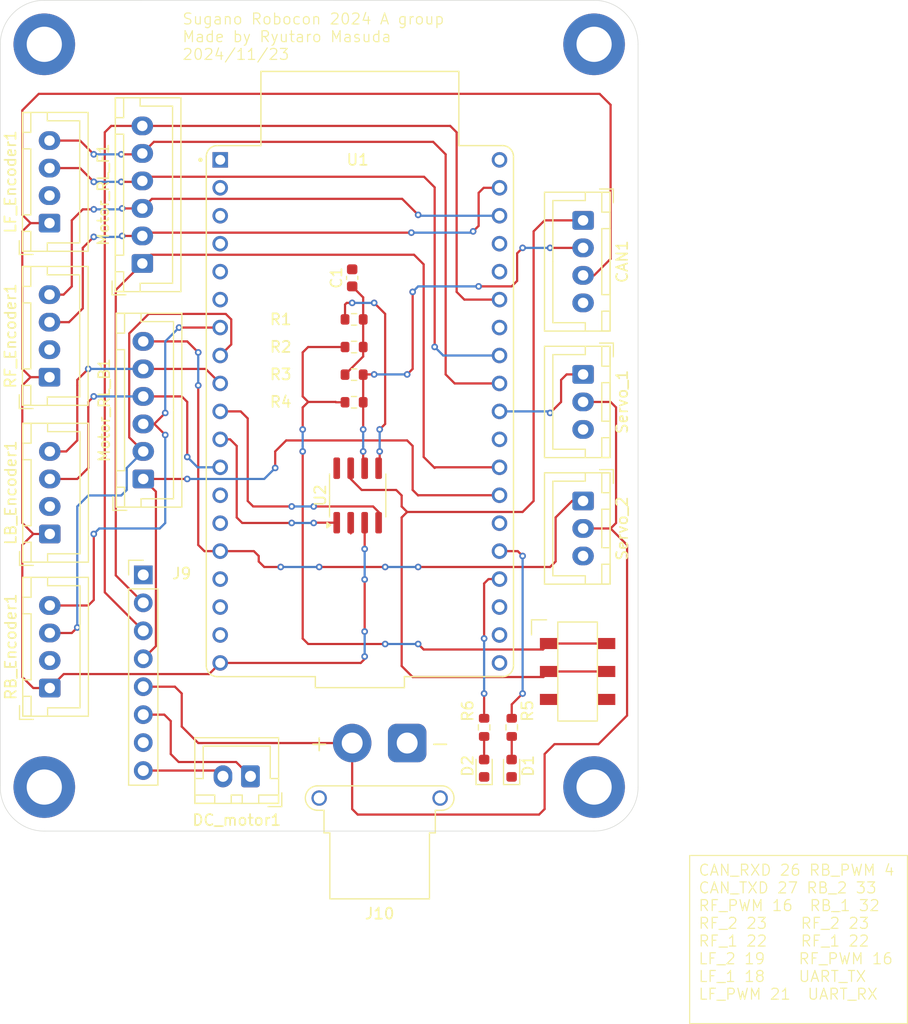
<source format=kicad_pcb>
(kicad_pcb (version 20240108) (generator "pcbnew") (generator_version "8.0")
  (layers (0 "F.Cu" signal) (31 "B.Cu" signal) (34 "B.Paste" user) (35 "F.Paste" user) (36 "B.SilkS" user "B.Silkscreen") (37 "F.SilkS" user "F.Silkscreen") (38 "B.Mask" user) (39 "F.Mask" user) (44 "Edge.Cuts" user))
  (net 0 "")
  (net 1 "GND")
  (net 2 "Net-(C1-Pad1)")
  (net 3 "LF_1")
  (net 4 "LF_PWM")
  (net 5 "RF_1")
  (net 6 "RF_2")
  (net 7 "RF_PWM")
  (net 8 "LF_2")
  (net 9 "RB_2")
  (net 10 "RB_1")
  (net 11 "LB_PWM")
  (net 12 "LB_1")
  (net 13 "LB_2")
  (net 14 "RB_PWM")
  (net 15 "CAN_L")
  (net 16 "CAN_H")
  (net 17 "Net-(U2-SPLIT)")
  (net 18 "Net-(SW1-A)")
  (net 34 "+5V")
  (net 36 "CAN_TXD")
  (net 41 "CAN_RXD")
  (net 42 "Net-(D1-A)")
  (net 43 "Net-(D2-A)")
  (net 44 "LD1")
  (net 45 "LD2")
  (net 46 "+7.5V")
  (net 47 "MOTOR_OUT2")
  (net 48 "MOTOR_OUT1")
  (net 49 "Servo1")
  (footprint "Connector_JST:JST_XH_B4B-XH-A_1x04_P2.50mm_Vertical" (layer "F.Cu") (at 81.975 61.25 90)
    (property "Reference" "LF_Encoder1")
    (property "Value" "LF_Encoder" (hide yes))
  )
  (footprint "MountingHole:MountingHole_3.2mm_M3_DIN965_Pad" (layer "F.Cu") (at 81.5 112.5)
    (property "Reference" "H1" (hide yes))
    (property "Value" "MountingHole_Pad" (hide yes))
  )
  (footprint "Connector_JST:JST_XH_B4B-XH-A_1x04_P2.50mm_Vertical" (layer "F.Cu") (at 82 89.5 90)
    (property "Reference" "LB_Encoder1")
    (property "Value" "LB_Encoder" (hide yes))
  )
  (footprint "LED_SMD:LED_0603_1608Metric" (layer "F.Cu") (at 124 110.7875 90)
    (property "Reference" "D1")
    (property "Value" "LED")
  )
  (footprint "Capacitor_SMD:C_0603_1608Metric" (layer "F.Cu") (at 109.5 66.225 90)
    (property "Reference" "C1")
    (property "Value" "4700")
  )
  (footprint "Connector_PinHeader_2.54mm:PinHeader_1x08_P2.54mm_Vertical" (layer "F.Cu") (at 90.5 93.22)
    (property "Reference" "J9")
    (property "Value" "Motor_Driver" (hide yes))
  )
  (footprint "Resistor_SMD:R_0603_1608Metric" (layer "F.Cu") (at 109.675 70)
    (property "Reference" "R1")
    (property "Value" "300")
  )
  (footprint "my_library:MODULE_ESP32-DEVKITC-32E" (layer "F.Cu") (at 110.2 78.335)
    (property "Reference" "U1")
    (property "Value" "~")
  )
  (footprint "Connector_AMASS:AMASS_XT30PW-F_1x02_P2.50mm_Horizontal" (layer "F.Cu") (at 114.5 108.5 180)
    (property "Reference" "J10")
    (property "Value" "7.5V")
  )
  (footprint "Resistor_SMD:R_0603_1608Metric" (layer "F.Cu") (at 109.675 72.51)
    (property "Reference" "R2")
    (property "Value" "60")
  )
  (footprint "Package_SO:SOIC-8_3.9x4.9mm_P1.27mm" (layer "F.Cu") (at 110 86 90)
    (property "Reference" "U2")
    (property "Value" "MCP2561-E-SN")
  )
  (footprint "Resistor_SMD:R_0603_1608Metric" (layer "F.Cu") (at 121.5 107.075 -90)
    (property "Reference" "R6")
    (property "Value" "1k")
  )
  (footprint "LED_SMD:LED_0603_1608Metric" (layer "F.Cu") (at 121.5 110.7875 90)
    (property "Reference" "D2")
    (property "Value" "LED")
  )
  (footprint "Connector_JST:JST_XH_B4B-XH-A_1x04_P2.50mm_Vertical" (layer "F.Cu") (at 82 103.5 90)
    (property "Reference" "RB_Encoder1")
    (property "Value" "RB_Encoder" (hide yes))
  )
  (footprint "Connector_JST:JST_XH_B6B-XH-A_1x06_P2.50mm_Vertical" (layer "F.Cu") (at 90.5 84.5 90)
    (property "Reference" "Motor_RL_B1")
    (property "Value" "Motor_RL_B" (hide yes))
  )
  (footprint "Resistor_SMD:R_0603_1608Metric" (layer "F.Cu") (at 109.675 77.53)
    (property "Reference" "R4")
    (property "Value" "120")
  )
  (footprint "Connector_JST:JST_XH_B4B-XH-A_1x04_P2.50mm_Vertical" (layer "F.Cu") (at 130.5 61 -90)
    (property "Reference" "CAN1")
    (property "Value" "CAN_External_Pin" (hide yes))
  )
  (footprint "Resistor_SMD:R_0603_1608Metric" (layer "F.Cu") (at 109.675 75.02)
    (property "Reference" "R3")
    (property "Value" "60")
  )
  (footprint "Connector_JST:JST_XH_B3B-XH-A_1x03_P2.50mm_Vertical" (layer "F.Cu") (at 130.5 75 -90)
    (property "Reference" "Servo_1")
    (property "Value" "Servo_1" (hide yes))
  )
  (footprint "Connector_JST:JST_XH_B2B-XH-A_1x02_P2.50mm_Vertical" (layer "F.Cu") (at 100.25 111.525 180)
    (property "Reference" "DC_motor1")
    (property "Value" "DC_Motor" (hide yes))
  )
  (footprint "Connector_JST:JST_XH_B4B-XH-A_1x04_P2.50mm_Vertical" (layer "F.Cu") (at 81.975 75.25 90)
    (property "Reference" "RF_Encoder1")
    (property "Value" "RF_Encoder" (hide yes))
  )
  (footprint "Original:slide_SW" (layer "F.Cu") (at 130 102)
    (property "Reference" "SW1" (hide yes))
    (property "Value" "SW_SPDT")
  )
  (footprint "Connector_JST:JST_XH_B6B-XH-A_1x06_P2.50mm_Vertical" (layer "F.Cu") (at 90.416 64.916 90)
    (property "Reference" "Motor_RL_F1")
    (property "Value" "Motor_RL_F" (hide yes))
  )
  (footprint "Resistor_SMD:R_0603_1608Metric" (layer "F.Cu") (at 124.01 107.075 -90)
    (property "Reference" "R5")
    (property "Value" "1k")
  )
  (footprint "Connector_JST:JST_XH_B3B-XH-A_1x03_P2.50mm_Vertical" (layer "F.Cu") (at 130.5 86.5 -90)
    (property "Reference" "Servo_2")
    (property "Value" "Servo_2" (hide yes))
  )
  (footprint "MountingHole:MountingHole_3.2mm_M3_DIN965_Pad" (layer "F.Cu") (at 131.5 112.5)
    (property "Reference" "H2" (hide yes))
    (property "Value" "MountingHole_Pad" (hide yes))
  )
  (footprint "MountingHole:MountingHole_3.2mm_M3_DIN965_Pad" (layer "F.Cu") (at 131.5 45)
    (property "Reference" "H4" (hide yes))
    (property "Value" "MountingHole_Pad" (hide yes))
  )
  (footprint "MountingHole:MountingHole_3.2mm_M3_DIN965_Pad" (layer "F.Cu") (at 81.5 45)
    (property "Reference" "H3" (hide yes))
    (property "Value" "MountingHole_Pad" (hide yes))
  )
  (gr_line (start 77.500001 112.35) (end 77.5 45) (stroke (width 0.05)) (layer "Edge.Cuts"))
  (gr_arc (start 81.5 116.502811) (mid 78.61704 115.276875) (end 77.500001 112.35) (stroke (width 0.05)) (layer "Edge.Cuts"))
  (gr_arc (start 77.5 45) (mid 78.671573 42.171573) (end 81.5 41) (stroke (width 0.05)) (layer "Edge.Cuts"))
  (gr_line (start 131.5 40.998594) (end 81.5 41.001405) (stroke (width 0.05)) (layer "Edge.Cuts"))
  (gr_arc (start 131.5 41) (mid 134.328427 42.171573) (end 135.5 45) (stroke (width 0.05)) (layer "Edge.Cuts"))
  (gr_line (start 135.5 112.5) (end 135.5 45) (stroke (width 0.05)) (layer "Edge.Cuts"))
  (gr_arc (start 135.5 112.5) (mid 134.328427 115.328427) (end 131.5 116.5) (stroke (width 0.05)) (layer "Edge.Cuts"))
  (gr_line (start 131.5 116.5) (end 81.5 116.502811) (stroke (width 0.05)) (layer "Edge.Cuts"))
  (gr_text "Sugano Robocon 2024 A group\nMade by Ryutaro Masuda\n2024/11/23" (at 94 46.5 0) (layer "F.SilkS") (effects (font (size 1 1) (thickness 0.1)) (justify left bottom)))
  (gr_text_box "CAN_RXD 26 RB_PWM 4\nCAN_TXD 27 RB_2 33\nRF_PWM 16  RB_1 32\nRF_2 23    RF_2 23\nRF_1 22    RF_1 22\nLF_2 19    RF_PWM 16\nLF_1 18    UART_TX \nLF_PWM 21  UART_RX\n" (start 140.19 118.715) (end 160 134) (layer "F.SilkS") (effects (font (size 1 1) (thickness 0.1)) (justify left top)) (border yes) (stroke (width 0.1)))
  (segment (start 109.365 89.449999) (end 109.365 88.475) (width 0.2) (layer "F.Cu") (net 1))
  (segment (start 90.5 93.22) (end 91.124 92.596) (width 0.2) (layer "F.Cu") (net 1))
  (segment (start 110.5 72.51) (end 110.5 73.37) (width 0.2) (layer "F.Cu") (net 2))
  (segment (start 110.5 68) (end 110.5 70) (width 0.2) (layer "F.Cu") (net 2))
  (segment (start 110.5 73.37) (end 108.85 75.02) (width 0.2) (layer "F.Cu") (net 2))
  (segment (start 110.5 70) (end 110.5 72.51) (width 0.2) (layer "F.Cu") (net 2))
  (segment (start 109.5 67) (end 110.5 68) (width 0.2) (layer "F.Cu") (net 2))
  (segment (start 116.866 53.866) (end 118 55) (width 0.2) (layer "F.Cu") (net 3))
  (segment (start 90.332 55) (end 90.416 54.916) (width 0.2) (layer "F.Cu") (net 3))
  (segment (start 81.975 53.75) (end 84.75 53.75) (width 0.2) (layer "F.Cu") (net 3))
  (segment (start 88.5 55) (end 90.332 55) (width 0.2) (layer "F.Cu") (net 3))
  (segment (start 90.416 54.916) (end 91.466 53.866) (width 0.2) (layer "F.Cu") (net 3))
  (segment (start 118.82 75.82) (end 122.9 75.82) (width 0.2) (layer "F.Cu") (net 3))
  (segment (start 91.466 53.866) (end 116.866 53.866) (width 0.2) (layer "F.Cu") (net 3))
  (segment (start 118 75) (end 118.82 75.82) (width 0.2) (layer "F.Cu") (net 3))
  (segment (start 84.75 53.75) (end 86 55) (width 0.2) (layer "F.Cu") (net 3))
  (segment (start 118 55) (end 118 75) (width 0.2) (layer "F.Cu") (net 3))
  (via (at 86 55) (size 0.6) (drill 0.3) (layers "F.Cu" "B.Cu") (net 3))
  (via (at 88.5 55) (size 0.6) (drill 0.3) (layers "F.Cu" "B.Cu") (net 3))
  (segment (start 86 55) (end 88.5 55) (width 0.2) (layer "B.Cu") (net 3))
  (segment (start 119 67.5) (end 119.7 68.2) (width 0.2) (layer "F.Cu") (net 4))
  (segment (start 119.7 68.2) (end 122.9 68.2) (width 0.2) (layer "F.Cu") (net 4))
  (segment (start 87 94.8) (end 87 53) (width 0.2) (layer "F.Cu") (net 4))
  (segment (start 119 53) (end 119 67.5) (width 0.2) (layer "F.Cu") (net 4))
  (segment (start 90.416 52.416) (end 118.416 52.416) (width 0.2) (layer "F.Cu") (net 4))
  (segment (start 87.584 52.416) (end 90.416 52.416) (width 0.2) (layer "F.Cu") (net 4))
  (segment (start 90.5 98.3) (end 87 94.8) (width 0.2) (layer "F.Cu") (net 4))
  (segment (start 118.416 52.416) (end 119 53) (width 0.2) (layer "F.Cu") (net 4))
  (segment (start 87 53) (end 87.584 52.416) (width 0.2) (layer "F.Cu") (net 4))
  (segment (start 84 67) (end 84 61) (width 0.2) (layer "F.Cu") (net 5))
  (segment (start 83.25 67.75) (end 84 67) (width 0.2) (layer "F.Cu") (net 5))
  (segment (start 91.288 59.044) (end 114.044 59.044) (width 0.2) (layer "F.Cu") (net 5))
  (segment (start 81.975 67.75) (end 83.25 67.75) (width 0.2) (layer "F.Cu") (net 5))
  (segment (start 84 61) (end 85 60) (width 0.2) (layer "F.Cu") (net 5))
  (segment (start 85 60) (end 86 60) (width 0.2) (layer "F.Cu") (net 5))
  (segment (start 90.416 59.916) (end 88.584 59.916) (width 0.2) (layer "F.Cu") (net 5))
  (segment (start 90.416 59.916) (end 91.288 59.044) (width 0.2) (layer "F.Cu") (net 5))
  (segment (start 114.044 59.044) (end 115.5 60.5) (width 0.2) (layer "F.Cu") (net 5))
  (via (at 86 60) (size 0.6) (drill 0.3) (layers "F.Cu" "B.Cu") (net 5))
  (via (at 88.584 59.916) (size 0.6) (drill 0.3) (layers "F.Cu" "B.Cu") (net 5))
  (via (at 115.5 60.5) (size 0.6) (drill 0.3) (layers "F.Cu" "B.Cu") (net 5))
  (segment (start 88.584 59.916) (end 88.5 60) (width 0.2) (layer "B.Cu") (net 5))
  (segment (start 115.58 60.58) (end 122.9 60.58) (width 0.2) (layer "B.Cu") (net 5))
  (segment (start 115.5 60.5) (end 115.58 60.58) (width 0.2) (layer "B.Cu") (net 5))
  (segment (start 88.5 60) (end 86 60) (width 0.2) (layer "B.Cu") (net 5))
  (segment (start 85 69) (end 85 63.5) (width 0.2) (layer "F.Cu") (net 6))
  (segment (start 90.416 62.416) (end 90.716 62.116) (width 0.2) (layer "F.Cu") (net 6))
  (segment (start 85 63.5) (end 86 62.5) (width 0.2) (layer "F.Cu") (net 6))
  (segment (start 81.975 70.25) (end 83.75 70.25) (width 0.2) (layer "F.Cu") (net 6))
  (segment (start 90.716 62.116) (end 114.884 62.116) (width 0.2) (layer "F.Cu") (net 6))
  (segment (start 121.46 58.04) (end 122.9 58.04) (width 0.2) (layer "F.Cu") (net 6))
  (segment (start 88.584 62.416) (end 90.416 62.416) (width 0.2) (layer "F.Cu") (net 6))
  (segment (start 120.5 62) (end 121 61.5) (width 0.2) (layer "F.Cu") (net 6))
  (segment (start 83.75 70.25) (end 85 69) (width 0.2) (layer "F.Cu") (net 6))
  (segment (start 121 61.5) (end 121 58.5) (width 0.2) (layer "F.Cu") (net 6))
  (segment (start 121 58.5) (end 121.46 58.04) (width 0.2) (layer "F.Cu") (net 6))
  (via (at 86 62.5) (size 0.6) (drill 0.3) (layers "F.Cu" "B.Cu") (net 6))
  (via (at 120.5 62) (size 0.6) (drill 0.3) (layers "F.Cu" "B.Cu") (net 6))
  (via (at 88.584 62.416) (size 0.6) (drill 0.3) (layers "F.Cu" "B.Cu") (net 6))
  (via (at 114.884 62.116) (size 0.6) (drill 0.3) (layers "F.Cu" "B.Cu") (net 6))
  (segment (start 120.384 62.116) (end 120.5 62) (width 0.2) (layer "B.Cu") (net 6))
  (segment (start 88.584 62.416) (end 88.5 62.5) (width 0.2) (layer "B.Cu") (net 6))
  (segment (start 88.5 62.5) (end 86 62.5) (width 0.2) (layer "B.Cu") (net 6))
  (segment (start 114.884 62.116) (end 120.384 62.116) (width 0.2) (layer "B.Cu") (net 6))
  (segment (start 116 65) (end 116 82.5) (width 0.2) (layer "F.Cu") (net 7))
  (segment (start 88 67.332) (end 90.416 64.916) (width 0.2) (layer "F.Cu") (net 7))
  (segment (start 115.124 64.124) (end 116 65) (width 0.2) (layer "F.Cu") (net 7))
  (segment (start 90.5 95.76) (end 88 93.26) (width 0.2) (layer "F.Cu") (net 7))
  (segment (start 117 83.5) (end 117.06 83.44) (width 0.2) (layer "F.Cu") (net 7))
  (segment (start 90.416 64.916) (end 91.208 64.124) (width 0.2) (layer "F.Cu") (net 7))
  (segment (start 116 82.5) (end 117 83.5) (width 0.2) (layer "F.Cu") (net 7))
  (segment (start 88 93.26) (end 88 67.332) (width 0.2) (layer "F.Cu") (net 7))
  (segment (start 117.06 83.44) (end 122.9 83.44) (width 0.2) (layer "F.Cu") (net 7))
  (segment (start 91.208 64.124) (end 115.124 64.124) (width 0.2) (layer "F.Cu") (net 7))
  (segment (start 90.416 57.416) (end 90.796 57.036) (width 0.2) (layer "F.Cu") (net 8))
  (segment (start 117 58) (end 117 72.5) (width 0.2) (layer "F.Cu") (net 8))
  (segment (start 116.036 57.036) (end 117 58) (width 0.2) (layer "F.Cu") (net 8))
  (segment (start 90.332 57.5) (end 90.416 57.416) (width 0.2) (layer "F.Cu") (net 8))
  (segment (start 88.5 57.5) (end 90.332 57.5) (width 0.2) (layer "F.Cu") (net 8))
  (segment (start 81.975 56.25) (end 84.75 56.25) (width 0.2) (layer "F.Cu") (net 8))
  (segment (start 84.75 56.25) (end 86 57.5) (width 0.2) (layer "F.Cu") (net 8))
  (segment (start 90.796 57.036) (end 116.036 57.036) (width 0.2) (layer "F.Cu") (net 8))
  (via (at 88.5 57.5) (size 0.6) (drill 0.3) (layers "F.Cu" "B.Cu") (net 8))
  (via (at 86 57.5) (size 0.6) (drill 0.3) (layers "F.Cu" "B.Cu") (net 8))
  (via (at 117 72.5) (size 0.6) (drill 0.3) (layers "F.Cu" "B.Cu") (net 8))
  (segment (start 117.78 73.28) (end 122.9 73.28) (width 0.2) (layer "B.Cu") (net 8))
  (segment (start 117 72.5) (end 117.78 73.28) (width 0.2) (layer "B.Cu") (net 8))
  (segment (start 86 57.5) (end 88.5 57.5) (width 0.2) (layer "B.Cu") (net 8))
  (segment (start 89.225 71.275) (end 91 69.5) (width 0.2) (layer "F.Cu") (net 9))
  (segment (start 82 98.5) (end 84 98.5) (width 0.2) (layer "F.Cu") (net 9))
  (segment (start 84 98.5) (end 84.5 98) (width 0.2) (layer "F.Cu") (net 9))
  (segment (start 91 69.5) (end 98 69.5) (width 0.2) (layer "F.Cu") (net 9))
  (segment (start 90.5 82) (end 89.225 80.725) (width 0.2) (layer "F.Cu") (net 9))
  (segment (start 89.225 80.725) (end 89.225 71.275) (width 0.2) (layer "F.Cu") (net 9))
  (segment (start 98 69.5) (end 98.504 70.004) (width 0.2) (layer "F.Cu") (net 9))
  (segment (start 98.504 72.276) (end 97.5 73.28) (width 0.2) (layer "F.Cu") (net 9))
  (segment (start 98.504 70.004) (end 98.504 72.276) (width 0.2) (layer "F.Cu") (net 9))
  (via (at 84.5 98) (size 0.6) (drill 0.3) (layers "F.Cu" "B.Cu") (net 9))
  (segment (start 84.5 98) (end 84.5 87) (width 0.2) (layer "B.Cu") (net 9))
  (segment (start 89 83.5) (end 90.5 82) (width 0.2) (layer "B.Cu") (net 9))
  (segment (start 89 85.5) (end 89 83.5) (width 0.2) (layer "B.Cu") (net 9))
  (segment (start 84.5 87) (end 85.5 86) (width 0.2) (layer "B.Cu") (net 9))
  (segment (start 88.5 86) (end 89 85.5) (width 0.2) (layer "B.Cu") (net 9))
  (segment (start 85.5 86) (end 88.5 86) (width 0.2) (layer "B.Cu") (net 9))
  (segment (start 93.76 70.74) (end 97.5 70.74) (width 0.2) (layer "F.Cu") (net 10))
  (segment (start 91.5 79.5) (end 92.5 78.5) (width 0.2) (layer "F.Cu") (net 10))
  (segment (start 90.5 79.5) (end 91.5 79.5) (width 0.2) (layer "F.Cu") (net 10))
  (segment (start 86 89.5) (end 86 95.5) (width 0.2) (layer "F.Cu") (net 10))
  (segment (start 85.5 96) (end 82 96) (width 0.2) (layer "F.Cu") (net 10))
  (segment (start 91.5 79.5) (end 92.5 80.5) (width 0.2) (layer "F.Cu") (net 10))
  (segment (start 86 95.5) (end 85.5 96) (width 0.2) (layer "F.Cu") (net 10))
  (via (at 93.76 70.74) (size 0.6) (drill 0.3) (layers "F.Cu" "B.Cu") (net 10))
  (via (at 92.5 78.5) (size 0.6) (drill 0.3) (layers "F.Cu" "B.Cu") (net 10))
  (via (at 86 89.5) (size 0.6) (drill 0.3) (layers "F.Cu" "B.Cu") (net 10))
  (via (at 92.5 80.5) (size 0.6) (drill 0.3) (layers "F.Cu" "B.Cu") (net 10))
  (segment (start 86.5 89) (end 86 89.5) (width 0.2) (layer "B.Cu") (net 10))
  (segment (start 92 89) (end 86.5 89) (width 0.2) (layer "B.Cu") (net 10))
  (segment (start 92.5 72) (end 93.76 70.74) (width 0.2) (layer "B.Cu") (net 10))
  (segment (start 92.5 88.5) (end 92 89) (width 0.2) (layer "B.Cu") (net 10))
  (segment (start 92.5 80.5) (end 92.5 88.5) (width 0.2) (layer "B.Cu") (net 10))
  (segment (start 92.5 78.5) (end 92.5 72) (width 0.2) (layer "B.Cu") (net 10))
  (segment (start 94.5 72) (end 95.5 73) (width 0.2) (layer "F.Cu") (net 11))
  (segment (start 96.06 91.06) (end 97.5 91.06) (width 0.2) (layer "F.Cu") (net 11))
  (segment (start 130.5 86.5) (end 129.5 86.5) (width 0.2) (layer "F.Cu") (net 11))
  (segment (start 128 88) (end 128 92) (width 0.2) (layer "F.Cu") (net 11))
  (segment (start 127.5 92.5) (end 115.5 92.5) (width 0.2) (layer "F.Cu") (net 11))
  (segment (start 101.5 92.5) (end 101 92) (width 0.2) (layer "F.Cu") (net 11))
  (segment (start 103 92.5) (end 101.5 92.5) (width 0.2) (layer "F.Cu") (net 11))
  (segment (start 128 92) (end 127.5 92.5) (width 0.2) (layer "F.Cu") (net 11))
  (segment (start 95.5 76) (end 95.5 90.5) (width 0.2) (layer "F.Cu") (net 11))
  (segment (start 90.5 72) (end 94.5 72) (width 0.2) (layer "F.Cu") (net 11))
  (segment (start 129.5 86.5) (end 128 88) (width 0.2) (layer "F.Cu") (net 11))
  (segment (start 95.5 90.5) (end 96.06 91.06) (width 0.2) (layer "F.Cu") (net 11))
  (segment (start 112.5 92.5) (end 106.5 92.5) (width 0.2) (layer "F.Cu") (net 11))
  (segment (start 101 91.5) (end 100.56 91.06) (width 0.2) (layer "F.Cu") (net 11))
  (segment (start 101 92) (end 101 91.5) (width 0.2) (layer "F.Cu") (net 11))
  (segment (start 100.56 91.06) (end 97.5 91.06) (width 0.2) (layer "F.Cu") (net 11))
  (via (at 95.5 73) (size 0.6) (drill 0.3) (layers "F.Cu" "B.Cu") (net 11))
  (via (at 112.5 92.5) (size 0.6) (drill 0.3) (layers "F.Cu" "B.Cu") (net 11))
  (via (at 95.5 76) (size 0.6) (drill 0.3) (layers "F.Cu" "B.Cu") (net 11))
  (via (at 115.5 92.5) (size 0.6) (drill 0.3) (layers "F.Cu" "B.Cu") (net 11))
  (via (at 103 92.5) (size 0.6) (drill 0.3) (layers "F.Cu" "B.Cu") (net 11))
  (via (at 106.5 92.5) (size 0.6) (drill 0.3) (layers "F.Cu" "B.Cu") (net 11))
  (segment (start 106.5 92.5) (end 103 92.5) (width 0.2) (layer "B.Cu") (net 11))
  (segment (start 95.5 73) (end 95.5 76) (width 0.2) (layer "B.Cu") (net 11))
  (segment (start 115.5 92.5) (end 112.5 92.5) (width 0.2) (layer "B.Cu") (net 11))
  (segment (start 90.5 74.5) (end 96.18 74.5) (width 0.2) (layer "F.Cu") (net 12))
  (segment (start 96.18 74.5) (end 97.5 75.82) (width 0.2) (layer "F.Cu") (net 12))
  (segment (start 84.5 75.5) (end 85.5 74.5) (width 0.2) (layer "F.Cu") (net 12))
  (segment (start 84.5 76) (end 84.5 75.5) (width 0.2) (layer "F.Cu") (net 12))
  (segment (start 82 82) (end 83.5 82) (width 0.2) (layer "F.Cu") (net 12))
  (segment (start 84.5 81) (end 84.5 76) (width 0.2) (layer "F.Cu") (net 12))
  (segment (start 83.5 82) (end 84.5 81) (width 0.2) (layer "F.Cu") (net 12))
  (via (at 85.5 74.5) (size 0.6) (drill 0.3) (layers "F.Cu" "B.Cu") (net 12))
  (segment (start 85.5 74.5) (end 90.5 74.5) (width 0.2) (layer "B.Cu") (net 12))
  (segment (start 82 84.5) (end 83.5 84.5) (width 0.2) (layer "F.Cu") (net 13))
  (segment (start 85.5 78) (end 85.5 77.5) (width 0.2) (layer "F.Cu") (net 13))
  (segment (start 90.5 77) (end 94 77) (width 0.2) (layer "F.Cu") (net 13))
  (segment (start 84.5 84.5) (end 85.5 83.5) (width 0.2) (layer "F.Cu") (net 13))
  (segment (start 85.5 83.5) (end 85.5 78) (width 0.2) (layer "F.Cu") (net 13))
  (segment (start 94.5 77.5) (end 94.5 82.5) (width 0.2) (layer "F.Cu") (net 13))
  (segment (start 83.5 84.5) (end 84.5 84.5) (width 0.2) (layer "F.Cu") (net 13))
  (segment (start 94 77) (end 94.5 77.5) (width 0.2) (layer "F.Cu") (net 13))
  (segment (start 85.5 77.5) (end 86 77) (width 0.2) (layer "F.Cu") (net 13))
  (via (at 86 77) (size 0.6) (drill 0.3) (layers "F.Cu" "B.Cu") (net 13))
  (via (at 94.5 82.5) (size 0.6) (drill 0.3) (layers "F.Cu" "B.Cu") (net 13))
  (segment (start 86 77) (end 90.5 77) (width 0.2) (layer "B.Cu") (net 13))
  (segment (start 94.5 82.5) (end 95.44 83.44) (width 0.2) (layer "B.Cu") (net 13))
  (segment (start 95.44 83.44) (end 97.5 83.44) (width 0.2) (layer "B.Cu") (net 13))
  (segment (start 90.5 100.84) (end 91.65 99.69) (width 0.2) (layer "F.Cu") (net 14))
  (segment (start 115 81.5) (end 115 85.5) (width 0.2) (layer "F.Cu") (net 14))
  (segment (start 91.65 85.65) (end 90.5 84.5) (width 0.2) (layer "F.Cu") (net 14))
  (segment (start 102.5 82) (end 103.5 81) (width 0.2) (layer "F.Cu") (net 14))
  (segment (start 102.5 83.5) (end 102.5 82) (width 0.2) (layer "F.Cu") (net 14))
  (segment (start 115.52 85.98) (end 122.9 85.98) (width 0.2) (layer "F.Cu") (net 14))
  (segment (start 103.5 81) (end 114.5 81) (width 0.2) (layer "F.Cu") (net 14))
  (segment (start 91.65 99.69) (end 91.65 85.65) (width 0.2) (layer "F.Cu") (net 14))
  (segment (start 115 85.5) (end 115.5 86) (width 0.2) (layer "F.Cu") (net 14))
  (segment (start 114.5 81) (end 115 81.5) (width 0.2) (layer "F.Cu") (net 14))
  (segment (start 90.5 84.5) (end 94.5 84.5) (width 0.2) (layer "F.Cu") (net 14))
  (segment (start 115.5 86) (end 115.52 85.98) (width 0.2) (layer "F.Cu") (net 14))
  (via (at 94.5 84.5) (size 0.6) (drill 0.3) (layers "F.Cu" "B.Cu") (net 14))
  (via (at 102.5 83.5) (size 0.6) (drill 0.3) (layers "F.Cu" "B.Cu") (net 14))
  (segment (start 101.5 84.5) (end 102.5 83.5) (width 0.2) (layer "B.Cu") (net 14))
  (segment (start 94.5 84.5) (end 101.5 84.5) (width 0.2) (layer "B.Cu") (net 14))
  (segment (start 130.5 63.5) (end 127.5 63.5) (width 0.2) (layer "F.Cu") (net 15))
  (segment (start 110.5 75.02) (end 110.5 77.53) (width 0.2) (layer "F.Cu") (net 15))
  (segment (start 110.5 82) (end 110.5 83.39) (width 0.2) (layer "F.Cu") (net 15))
  (segment (start 124.5 66.5) (end 124 67) (width 0.2) (layer "F.Cu") (net 15))
  (segment (start 124.5 64) (end 124.5 66.5) (width 0.2) (layer "F.Cu") (net 15))
  (segment (start 110.52 75) (end 110.5 75.02) (width 0.2) (layer "F.Cu") (net 15))
  (segment (start 125 63.5) (end 124.5 64) (width 0.2) (layer "F.Cu") (net 15))
  (segment (start 110.5 77.53) (end 110.5 80) (width 0.2) (layer "F.Cu") (net 15))
  (segment (start 115 67.5) (end 115 74.5) (width 0.2) (layer "F.Cu") (net 15))
  (segment (start 111.5 75) (end 110.52 75) (width 0.2) (layer "F.Cu") (net 15))
  (segment (start 124 67) (end 121 67) (width 0.2) (layer "F.Cu") (net 15))
  (segment (start 110.5 83.39) (end 110.635 83.525) (width 0.2) (layer "F.Cu") (net 15))
  (segment (start 115 74.5) (end 114.5 75) (width 0.2) (layer "F.Cu") (net 15))
  (via (at 121 67) (size 0.6) (drill 0.3) (layers "F.Cu" "B.Cu") (net 15))
  (via (at 115 67.5) (size 0.6) (drill 0.3) (layers "F.Cu" "B.Cu") (net 15))
  (via (at 127.5 63.5) (size 0.6) (drill 0.3) (layers "F.Cu" "B.Cu") (net 15))
  (via (at 114.5 75) (size 0.6) (drill 0.3) (layers "F.Cu" "B.Cu") (net 15))
  (via (at 125 63.5) (size 0.6) (drill 0.3) (layers "F.Cu" "B.Cu") (net 15))
  (via (at 111.5 75) (size 0.6) (drill 0.3) (layers "F.Cu" "B.Cu") (net 15))
  (via (at 110.5 82) (size 0.6) (drill 0.3) (layers "F.Cu" "B.Cu") (net 15))
  (via (at 110.5 80) (size 0.6) (drill 0.3) (layers "F.Cu" "B.Cu") (net 15))
  (segment (start 121 67) (end 115.5 67) (width 0.2) (layer "B.Cu") (net 15))
  (segment (start 114.5 75) (end 111.5 75) (width 0.2) (layer "B.Cu") (net 15))
  (segment (start 115.5 67) (end 115 67.5) (width 0.2) (layer "B.Cu") (net 15))
  (segment (start 110.5 80) (end 110.5 81.5) (width 0.2) (layer "B.Cu") (net 15))
  (segment (start 110.5 81.5) (end 110.5 82) (width 0.2) (layer "B.Cu") (net 15))
  (segment (start 127.5 63.5) (end 125 63.5) (width 0.2) (layer "B.Cu") (net 15))
  (segment (start 109.365 84.499999) (end 110.365001 85.5) (width 0.2) (layer "F.Cu") (net 16))
  (segment (start 127 61) (end 126 62) (width 0.2) (layer "F.Cu") (net 16))
  (segment (start 114 87) (end 114.5 87.5) (width 0.2) (layer "F.Cu") (net 16))
  (segment (start 114 101.5) (end 114 88) (width 0.2) (layer "F.Cu") (net 16))
  (segment (start 126 86.5) (end 125 87.5) (width 0.2) (layer "F.Cu") (net 16))
  (segment (start 114 101.5) (end 115 102.5) (width 0.2) (layer "F.Cu") (net 16))
  (segment (start 115 102.5) (end 126.8925 102.5) (width 0.2) (layer "F.Cu") (net 16))
  (segment (start 114 88) (end 114.5 87.5) (width 0.2) (layer "F.Cu") (net 16))
  (segment (start 126.8925 102.5) (end 127.3965 101.996) (width 0.2) (layer "F.Cu") (net 16))
  (segment (start 109.365 83.525) (end 109.365 84.499999) (width 0.2) (layer "F.Cu") (net 16))
  (segment (start 132.6035 101.996) (end 127.3965 101.996) (width 0.2) (layer "F.Cu") (net 16))
  (segment (start 110.365001 85.5) (end 113.5 85.5) (width 0.2) (layer "F.Cu") (net 16))
  (segment (start 126 62) (end 126 86.5) (width 0.2) (layer "F.Cu") (net 16))
  (segment (start 113.5 85.5) (end 114 86) (width 0.2) (layer "F.Cu") (net 16))
  (segment (start 125 87.5) (end 114.5 87.5) (width 0.2) (layer "F.Cu") (net 16))
  (segment (start 130.5 61) (end 127 61) (width 0.2) (layer "F.Cu") (net 16))
  (segment (start 114 86) (end 114 87) (width 0.2) (layer "F.Cu") (net 16))
  (segment (start 109 68.5) (end 109.5 68.5) (width 0.2) (layer "F.Cu") (net 17))
  (segment (start 112 83.43) (end 111.905 83.525) (width 0.2) (layer "F.Cu") (net 17))
  (segment (start 112.5 79.5) (end 112 80) (width 0.2) (layer "F.Cu") (net 17))
  (segment (start 108.85 70) (end 108.85 68.65) (width 0.2) (layer "F.Cu") (net 17))
  (segment (start 112 82) (end 112 83.43) (width 0.2) (layer "F.Cu") (net 17))
  (segment (start 112.5 69.5) (end 112.5 79.5) (width 0.2) (layer "F.Cu") (net 17))
  (segment (start 108.85 68.65) (end 109 68.5) (width 0.2) (layer "F.Cu") (net 17))
  (segment (start 111.5 68.5) (end 112.5 69.5) (width 0.2) (layer "F.Cu") (net 17))
  (via (at 109.5 68.5) (size 0.6) (drill 0.3) (layers "F.Cu" "B.Cu") (net 17))
  (via (at 112 80) (size 0.6) (drill 0.3) (layers "F.Cu" "B.Cu") (net 17))
  (via (at 112 82) (size 0.6) (drill 0.3) (layers "F.Cu" "B.Cu") (net 17))
  (via (at 111.5 68.5) (size 0.6) (drill 0.3) (layers "F.Cu" "B.Cu") (net 17))
  (segment (start 112 80) (end 112 82) (width 0.2) (layer "B.Cu") (net 17))
  (segment (start 109.5 68.5) (end 111.5 68.5) (width 0.2) (layer "B.Cu") (net 17))
  (segment (start 105.5 99.5) (end 112.5 99.5) (width 0.2) (layer "F.Cu") (net 18))
  (segment (start 132.6035 99.456) (end 127.3965 99.456) (width 0.2) (layer "F.Cu") (net 18))
  (segment (start 105 78) (end 105.5 77.5) (width 0.2) (layer "F.Cu") (net 18))
  (segment (start 105 80) (end 105 78) (width 0.2) (layer "F.Cu") (net 18))
  (segment (start 105.5 77.5) (end 105 77) (width 0.2) (layer "F.Cu") (net 18))
  (segment (start 108.85 77.53) (end 108.03 77.53) (width 0.2) (layer "F.Cu") (net 18))
  (segment (start 108 77.5) (end 105.5 77.5) (width 0.2) (layer "F.Cu") (net 18))
  (segment (start 108.03 77.53) (end 108 77.5) (width 0.2) (layer "F.Cu") (net 18))
  (segment (start 116 100) (end 126.8525 100) (width 0.2) (layer "F.Cu") (net 18))
  (segment (start 115.5 99.5) (end 116 100) (width 0.2) (layer "F.Cu") (net 18))
  (segment (start 105.49 72.51) (end 108.85 72.51) (width 0.2) (layer "F.Cu") (net 18))
  (segment (start 126.8525 100) (end 127.3965 99.456) (width 0.2) (layer "F.Cu") (net 18))
  (segment (start 105 82) (end 105 99) (width 0.2) (layer "F.Cu") (net 18))
  (segment (start 105 73) (end 105.49 72.51) (width 0.2) (layer "F.Cu") (net 18))
  (segment (start 105 99) (end 105.5 99.5) (width 0.2) (layer "F.Cu") (net 18))
  (segment (start 105 77) (end 105 73) (width 0.2) (layer "F.Cu") (net 18))
  (via (at 105 82) (size 0.6) (drill 0.3) (layers "F.Cu" "B.Cu") (net 18))
  (via (at 112.5 99.5) (size 0.6) (drill 0.3) (layers "F.Cu" "B.Cu") (net 18))
  (via (at 115.5 99.5) (size 0.6) (drill 0.3) (layers "F.Cu" "B.Cu") (net 18))
  (via (at 105 80) (size 0.6) (drill 0.3) (layers "F.Cu" "B.Cu") (net 18))
  (segment (start 105 80) (end 105 81.5) (width 0.2) (layer "B.Cu") (net 18))
  (segment (start 112.5 99.5) (end 115.5 99.5) (width 0.2) (layer "B.Cu") (net 18))
  (segment (start 105 81.5) (end 105 82) (width 0.2) (layer "B.Cu") (net 18))
  (segment (start 110.28 101.22) (end 97.5 101.22) (width 0.2) (layer "F.Cu") (net 34))
  (segment (start 80.25 61.25) (end 81.975 61.25) (width 0.2) (layer "F.Cu") (net 34))
  (segment (start 81 49.5) (end 79.5 51) (width 0.2) (layer "F.Cu") (net 34))
  (segment (start 110.635 93.635) (end 110.635 98.365) (width 0.2) (layer "F.Cu") (net 34))
  (segment (start 96.49 102.23) (end 83.27 102.23) (width 0.2) (layer "F.Cu") (net 34))
  (segment (start 83.27 102.23) (end 82 103.5) (width 0.2) (layer "F.Cu") (net 34))
  (segment (start 132 49.5) (end 81 49.5) (width 0.2) (layer "F.Cu") (net 34))
  (segment (start 80.5 103.5) (end 79.5 102.5) (width 0.2) (layer "F.Cu") (net 34))
  (segment (start 80.5 89.5) (end 82 89.5) (width 0.2) (layer "F.Cu") (net 34))
  (segment (start 79.5 60.5) (end 80.25 61.25) (width 0.2) (layer "F.Cu") (net 34))
  (segment (start 79.5 76) (end 80.25 75.25) (width 0.2) (layer "F.Cu") (net 34))
  (segment (start 130.5 66) (end 131.5 66) (width 0.2) (layer "F.Cu") (net 34))
  (segment (start 133 50.5) (end 132 49.5) (width 0.2) (layer "F.Cu") (net 34))
  (segment (start 80.5 89.5) (end 79.5 88.5) (width 0.2) (layer "F.Cu") (net 34))
  (segment (start 82 103.5) (end 80.5 103.5) (width 0.2) (layer "F.Cu") (net 34))
  (segment (start 79.5 62) (end 80.25 61.25) (width 0.2) (layer "F.Cu") (net 34))
  (segment (start 79.5 90.5) (end 80.5 89.5) (width 0.2) (layer "F.Cu") (net 34))
  (segment (start 97.5 101.22) (end 96.49 102.23) (width 0.2) (layer "F.Cu") (net 34))
  (segment (start 110.635 100.635) (end 110.635 100.865) (width 0.2) (layer "F.Cu") (net 34))
  (segment (start 80.25 75.25) (end 81.975 75.25) (width 0.2) (layer "F.Cu") (net 34))
  (segment (start 80.25 75.25) (end 79.5 74.5) (width 0.2) (layer "F.Cu") (net 34))
  (segment (start 79.5 102.5) (end 79.5 90.5) (width 0.2) (layer "F.Cu") (net 34))
  (segment (start 110.635 100.865) (end 110.28 101.22) (width 0.2) (layer "F.Cu") (net 34))
  (segment (start 131.5 66) (end 133 64.5) (width 0.2) (layer "F.Cu") (net 34))
  (segment (start 79.5 74.5) (end 79.5 62) (width 0.2) (layer "F.Cu") (net 34))
  (segment (start 110.635 88.475) (end 110.635 90.865) (width 0.2) (layer "F.Cu") (net 34))
  (segment (start 79.5 88.5) (end 79.5 76) (width 0.2) (layer "F.Cu") (net 34))
  (segment (start 133 64.5) (end 133 50.5) (width 0.2) (layer "F.Cu") (net 34))
  (segment (start 79.5 51) (end 79.5 60.5) (width 0.2) (layer "F.Cu") (net 34))
  (via (at 110.635 93.635) (size 0.6) (drill 0.3) (layers "F.Cu" "B.Cu") (net 34))
  (via (at 110.635 90.865) (size 0.6) (drill 0.3) (layers "F.Cu" "B.Cu") (net 34))
  (via (at 110.635 98.365) (size 0.6) (drill 0.3) (layers "F.Cu" "B.Cu") (net 34))
  (via (at 110.635 100.635) (size 0.6) (drill 0.3) (layers "F.Cu" "B.Cu") (net 34))
  (segment (start 110.635 98.365) (end 110.635 100.635) (width 0.2) (layer "B.Cu") (net 34))
  (segment (start 110.635 90.865) (end 110.635 93.635) (width 0.2) (layer "B.Cu") (net 34))
  (segment (start 99 88) (end 99.5 88.5) (width 0.2) (layer "F.Cu") (net 36))
  (segment (start 97.5 80.9) (end 98.4 80.9) (width 0.2) (layer "F.Cu") (net 36))
  (segment (start 98.4 80.9) (end 98.5 81) (width 0.2) (layer "F.Cu") (net 36))
  (segment (start 99.5 88.5) (end 104 88.5) (width 0.2) (layer "F.Cu") (net 36))
  (segment (start 106 88.5) (end 106.025 88.475) (width 0.2) (layer "F.Cu") (net 36))
  (segment (start 106.025 88.475) (end 108.095 88.475) (width 0.2) (layer "F.Cu") (net 36))
  (segment (start 98.5 81) (end 99 81.5) (width 0.2) (layer "F.Cu") (net 36))
  (segment (start 99 81.5) (end 99 88) (width 0.2) (layer "F.Cu") (net 36))
  (via (at 106 88.5) (size 0.6) (drill 0.3) (layers "F.Cu" "B.Cu") (net 36))
  (via (at 104 88.5) (size 0.6) (drill 0.3) (layers "F.Cu" "B.Cu") (net 36))
  (segment (start 104 88.5) (end 106 88.5) (width 0.2) (layer "B.Cu") (net 36))
  (segment (start 100 86.5) (end 100.5 87) (width 0.2) (layer "F.Cu") (net 41))
  (segment (start 100 79) (end 100 86.5) (width 0.2) (layer "F.Cu") (net 41))
  (segment (start 99.36 78.36) (end 99.5 78.5) (width 0.2) (layer "F.Cu") (net 41))
  (segment (start 106 87) (end 111.404999 87) (width 0.2) (layer "F.Cu") (net 41))
  (segment (start 111.905 87.500001) (end 111.905 88.475) (width 0.2) (layer "F.Cu") (net 41))
  (segment (start 97.5 78.36) (end 99.36 78.36) (width 0.2) (layer "F.Cu") (net 41))
  (segment (start 111.404999 87) (end 111.905 87.500001) (width 0.2) (layer "F.Cu") (net 41))
  (segment (start 100.5 87) (end 104 87) (width 0.2) (layer "F.Cu") (net 41))
  (segment (start 99.5 78.5) (end 100 79) (width 0.2) (layer "F.Cu") (net 41))
  (via (at 104 87) (size 0.6) (drill 0.3) (layers "F.Cu" "B.Cu") (net 41))
  (via (at 106 87) (size 0.6) (drill 0.3) (layers "F.Cu" "B.Cu") (net 41))
  (segment (start 104 87) (end 106 87) (width 0.2) (layer "B.Cu") (net 41))
  (segment (start 124.01 107.9) (end 124.01 109.99) (width 0.2) (layer "F.Cu") (net 42))
  (segment (start 124.01 109.99) (end 124 110) (width 0.2) (layer "F.Cu") (net 42))
  (segment (start 121.5 107.9) (end 121.5 110) (width 0.2) (layer "F.Cu") (net 43))
  (segment (start 124.01 104.99) (end 124.01 106.25) (width 0.2) (layer "F.Cu") (net 44))
  (segment (start 124.56 91.06) (end 125 91.5) (width 0.2) (layer "F.Cu") (net 44))
  (segment (start 122.9 91.06) (end 124.56 91.06) (width 0.2) (layer "F.Cu") (net 44))
  (segment (start 125 104) (end 124.01 104.99) (width 0.2) (layer "F.Cu") (net 44))
  (via (at 125 91.5) (size 0.6) (drill 0.3) (layers "F.Cu" "B.Cu") (net 44))
  (via (at 125 104) (size 0.6) (drill 0.3) (layers "F.Cu" "B.Cu") (net 44))
  (segment (start 125 91.5) (end 125 104) (width 0.2) (layer "B.Cu") (net 44))
  (segment (start 121.5 106.25) (end 121.5 104) (width 0.2) (layer "F.Cu") (net 45))
  (segment (start 121.9 93.6) (end 122.9 93.6) (width 0.2) (layer "F.Cu") (net 45))
  (segment (start 121.5 99) (end 121.5 94) (width 0.2) (layer "F.Cu") (net 45))
  (segment (start 121.5 94) (end 121.9 93.6) (width 0.2) (layer "F.Cu") (net 45))
  (via (at 121.5 104) (size 0.6) (drill 0.3) (layers "F.Cu" "B.Cu") (net 45))
  (via (at 121.5 99) (size 0.6) (drill 0.3) (layers "F.Cu" "B.Cu") (net 45))
  (segment (start 121.5 104) (end 121.5 99) (width 0.2) (layer "B.Cu") (net 45))
  (segment (start 134.5 90.5) (end 134.5 106) (width 0.2) (layer "F.Cu") (net 46))
  (segment (start 94 107) (end 94 104) (width 0.2) (layer "F.Cu") (net 46))
  (segment (start 126.5 115) (end 110 115) (width 0.2) (layer "F.Cu") (net 46))
  (segment (start 133 89) (end 130.5 89) (width 0.2) (layer "F.Cu") (net 46))
  (segment (start 127 109.5) (end 127 114.5) (width 0.2) (layer "F.Cu") (net 46))
  (segment (start 95.5 108.5) (end 94 107) (width 0.2) (layer "F.Cu") (net 46))
  (segment (start 93.38 103.38) (end 90.5 103.38) (width 0.2) (layer "F.Cu") (net 46))
  (segment (start 130.5 77.5) (end 133 77.5) (width 0.2) (layer "F.Cu") (net 46))
  (segment (start 110 115) (end 109.5 114.5) (width 0.2) (layer "F.Cu") (net 46))
  (segment (start 109.5 108.5) (end 95.5 108.5) (width 0.2) (layer "F.Cu") (net 46))
  (segment (start 133 89) (end 134.5 90.5) (width 0.2) (layer "F.Cu") (net 46))
  (segment (start 109.5 108.5) (end 109.5 114.5) (width 0.2) (layer "F.Cu") (net 46))
  (segment (start 133 77.5) (end 133.5 78) (width 0.2) (layer "F.Cu") (net 46))
  (segment (start 127 114.5) (end 126.5 115) (width 0.2) (layer "F.Cu") (net 46))
  (segment (start 94 104) (end 93.38 103.38) (width 0.2) (layer "F.Cu") (net 46))
  (segment (start 127.9 108.6) (end 127 109.5) (width 0.2) (layer "F.Cu") (net 46))
  (segment (start 131.9 108.6) (end 127.9 108.6) (width 0.2) (layer "F.Cu") (net 46))
  (segment (start 133.5 78) (end 133.5 88.5) (width 0.2) (layer "F.Cu") (net 46))
  (segment (start 134.5 106) (end 131.9 108.6) (width 0.2) (layer "F.Cu") (net 46))
  (segment (start 133.5 88.5) (end 133 89) (width 0.2) (layer "F.Cu") (net 46))
  (segment (start 97.225 111) (end 97.75 111.525) (width 0.2) (layer "F.Cu") (net 47))
  (segment (start 90.5 111) (end 97.225 111) (width 0.2) (layer "F.Cu") (net 47))
  (segment (start 98.95 110.225) (end 100.25 111.525) (width 0.2) (layer "F.Cu") (net 48))
  (segment (start 92.42 105.92) (end 93 106.5) (width 0.2) (layer "F.Cu") (net 48))
  (segment (start 90.5 105.92) (end 92.42 105.92) (width 0.2) (layer "F.Cu") (net 48))
  (segment (start 93.725 110.225) (end 98.95 110.225) (width 0.2) (layer "F.Cu") (net 48))
  (segment (start 93 109.5) (end 93.725 110.225) (width 0.2) (layer "F.Cu") (net 48))
  (segment (start 93 106.5) (end 93 109.5) (width 0.2) (layer "F.Cu") (net 48))
  (segment (start 129 75) (end 128.5 75.5) (width 0.2) (layer "F.Cu") (net 49))
  (segment (start 128.5 77.5) (end 127.5 78.5) (width 0.2) (layer "F.Cu") (net 49))
  (segment (start 128.5 75.5) (end 128.5 77.5) (width 0.2) (layer "F.Cu") (net 49))
  (segment (start 130.5 75) (end 129 75) (width 0.2) (layer "F.Cu") (net 49))
  (via (at 127.5 78.5) (size 0.6) (drill 0.3) (layers "F.Cu" "B.Cu") (net 49))
  (segment (start 127.36 78.36) (end 122.9 78.36) (width 0.2) (layer "B.Cu") (net 49))
  (segment (start 127.5 78.5) (end 127.36 78.36) (width 0.2) (layer "B.Cu") (net 49))
)
</source>
